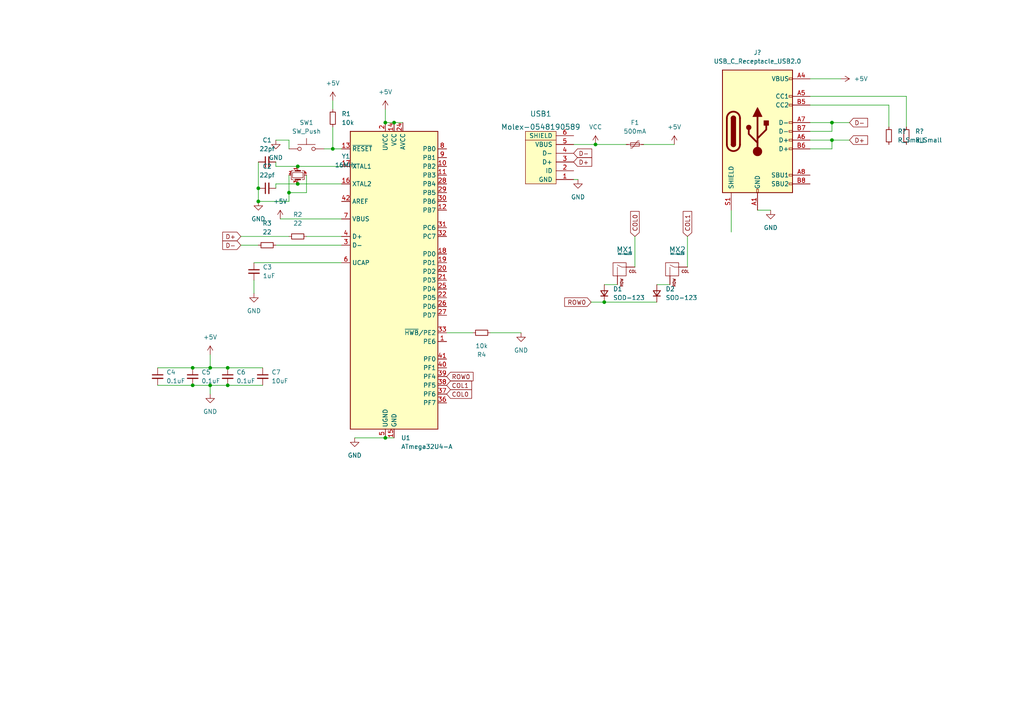
<source format=kicad_sch>
(kicad_sch (version 20211123) (generator eeschema)
  (paper "A4")
  (lib_symbols
    (symbol "Connector:USB_C_Receptacle_USB2.0" (pin_names (offset 1.016))
      (property "Reference" "J" (at -10.16 19.05 0))
      (property "Value" "USB_C_Receptacle_USB2.0" (at 19.05 19.05 0))
      (symbol "USB_C_Receptacle_USB2.0_0_0"
        (rectangle (start -0.254 -17.78) (end 0.254 -16.764))
        (rectangle (start 10.16 -14.986) (end 9.144 -15.494))
        (rectangle (start 10.16 -12.446) (end 9.144 -12.954))
        (rectangle (start 10.16 -4.826) (end 9.144 -5.334))
        (rectangle (start 10.16 -2.286) (end 9.144 -2.794))
        (rectangle (start 10.16 0.254) (end 9.144 -0.254))
        (rectangle (start 10.16 2.794) (end 9.144 2.286))
        (rectangle (start 10.16 7.874) (end 9.144 7.366))
        (rectangle (start 10.16 10.414) (end 9.144 9.906))
        (rectangle (start 10.16 15.494) (end 9.144 14.986))
      )
      (symbol "USB_C_Receptacle_USB2.0_0_1"
        (rectangle (start -10.16 17.78) (end 10.16 -17.78) (stroke (width 0.254)) (fill (type background)))
        (arc (start -8.89 -3.81) (mid -6.985 -5.715) (end -5.08 -3.81) (stroke (width 0.508)))
        (arc (start -7.62 -3.81) (mid -6.985 -4.445) (end -6.35 -3.81) (stroke (width 0.254)))
        (arc (start -7.62 -3.81) (mid -6.985 -4.445) (end -6.35 -3.81) (stroke (width 0.254)) (fill (type outline)))
        (rectangle (start -7.62 -3.81) (end -6.35 3.81) (stroke (width 0.254)) (fill (type outline)))
        (arc (start -6.35 3.81) (mid -6.985 4.445) (end -7.62 3.81) (stroke (width 0.254)))
        (arc (start -6.35 3.81) (mid -6.985 4.445) (end -7.62 3.81) (stroke (width 0.254)) (fill (type outline)))
        (arc (start -5.08 3.81) (mid -6.985 5.715) (end -8.89 3.81) (stroke (width 0.508)))
        (circle (center -2.54 1.143) (radius 0.635) (stroke (width 0.254)) (fill (type outline)))
        (circle (center 0 -5.842) (radius 1.27) (fill (type outline)))
        (polyline (pts (xy -8.89 -3.81) (xy -8.89 3.81)) (stroke (width 0.508)))
        (polyline (pts (xy -5.08 3.81) (xy -5.08 -3.81)) (stroke (width 0.508)))
        (polyline (pts (xy 0 -5.842) (xy 0 4.318)) (stroke (width 0.508)))
        (polyline (pts (xy 0 -3.302) (xy -2.54 -0.762) (xy -2.54 0.508)) (stroke (width 0.508)))
        (polyline (pts (xy 0 -2.032) (xy 2.54 0.508) (xy 2.54 1.778)) (stroke (width 0.508)))
        (polyline (pts (xy -1.27 4.318) (xy 0 6.858) (xy 1.27 4.318) (xy -1.27 4.318)) (stroke (width 0.254)) (fill (type outline)))
        (rectangle (start 1.905 1.778) (end 3.175 3.048) (stroke (width 0.254)) (fill (type outline)))
      )
      (symbol "USB_C_Receptacle_USB2.0_1_1"
        (pin passive line (at 0 -22.86 90) (length 5.08) (name "GND") (number "A1"))
        (pin passive line (at 0 -22.86 90) (length 5.08) hide (name "GND") (number "A12"))
        (pin passive line (at 15.24 15.24 180) (length 5.08) (name "VBUS") (number "A4"))
        (pin bidirectional line (at 15.24 10.16 180) (length 5.08) (name "CC1") (number "A5"))
        (pin bidirectional line (at 15.24 -2.54 180) (length 5.08) (name "D+") (number "A6"))
        (pin bidirectional line (at 15.24 2.54 180) (length 5.08) (name "D-") (number "A7"))
        (pin bidirectional line (at 15.24 -12.7 180) (length 5.08) (name "SBU1") (number "A8"))
        (pin passive line (at 15.24 15.24 180) (length 5.08) hide (name "VBUS") (number "A9"))
        (pin passive line (at 0 -22.86 90) (length 5.08) hide (name "GND") (number "B1"))
        (pin passive line (at 0 -22.86 90) (length 5.08) hide (name "GND") (number "B12"))
        (pin passive line (at 15.24 15.24 180) (length 5.08) hide (name "VBUS") (number "B4"))
        (pin bidirectional line (at 15.24 7.62 180) (length 5.08) (name "CC2") (number "B5"))
        (pin bidirectional line (at 15.24 -5.08 180) (length 5.08) (name "D+") (number "B6"))
        (pin bidirectional line (at 15.24 0 180) (length 5.08) (name "D-") (number "B7"))
        (pin bidirectional line (at 15.24 -15.24 180) (length 5.08) (name "SBU2") (number "B8"))
        (pin passive line (at 15.24 15.24 180) (length 5.08) hide (name "VBUS") (number "B9"))
        (pin passive line (at -7.62 -22.86 90) (length 5.08) (name "SHIELD") (number "S1"))
      )
    )
    (symbol "Device:C_Small" (pin_numbers hide) (pin_names (offset 0.254) hide)
      (property "Reference" "C" (at 0.254 1.778 0))
      (property "Value" "C_Small" (at 0.254 -2.032 0))
      (symbol "C_Small_0_1"
        (polyline (pts (xy -1.524 -0.508) (xy 1.524 -0.508)) (stroke (width 0.3302)))
        (polyline (pts (xy -1.524 0.508) (xy 1.524 0.508)) (stroke (width 0.3048)))
      )
      (symbol "C_Small_1_1"
        (pin passive line (at 0 2.54 270) (length 2.032) (name "~") (number "1"))
        (pin passive line (at 0 -2.54 90) (length 2.032) (name "~") (number "2"))
      )
    )
    (symbol "Device:Crystal_GND24_Small" (pin_names (offset 1.016) hide)
      (property "Reference" "Y" (at 1.27 4.445 0))
      (property "Value" "Crystal_GND24_Small" (at 1.27 2.54 0))
      (symbol "Crystal_GND24_Small_0_1"
        (rectangle (start -0.762 -1.524) (end 0.762 1.524))
        (polyline (pts (xy -1.27 -0.762) (xy -1.27 0.762)) (stroke (width 0.381)))
        (polyline (pts (xy 1.27 -0.762) (xy 1.27 0.762)) (stroke (width 0.381)))
        (polyline (pts (xy -1.27 -1.27) (xy -1.27 -1.905) (xy 1.27 -1.905) (xy 1.27 -1.27)))
        (polyline (pts (xy -1.27 1.27) (xy -1.27 1.905) (xy 1.27 1.905) (xy 1.27 1.27)))
      )
      (symbol "Crystal_GND24_Small_1_1"
        (pin passive line (at -2.54 0 0) (length 1.27) (name "1") (number "1"))
        (pin passive line (at 0 -2.54 90) (length 0.635) (name "2") (number "2"))
        (pin passive line (at 2.54 0 180) (length 1.27) (name "3") (number "3"))
        (pin passive line (at 0 2.54 270) (length 0.635) (name "4") (number "4"))
      )
    )
    (symbol "Device:D_Small" (pin_numbers hide) (pin_names (offset 0.254) hide)
      (property "Reference" "D" (at -1.27 2.032 0))
      (property "Value" "D_Small" (at -3.81 -2.032 0))
      (symbol "D_Small_0_1"
        (polyline (pts (xy -0.762 -1.016) (xy -0.762 1.016)) (stroke (width 0.254)))
        (polyline (pts (xy -0.762 0) (xy 0.762 0)))
        (polyline (pts (xy 0.762 -1.016) (xy -0.762 0) (xy 0.762 1.016) (xy 0.762 -1.016)) (stroke (width 0.254)))
      )
      (symbol "D_Small_1_1"
        (pin passive line (at -2.54 0 0) (length 1.778) (name "K") (number "1"))
        (pin passive line (at 2.54 0 180) (length 1.778) (name "A") (number "2"))
      )
    )
    (symbol "Device:Polyfuse_Small" (pin_numbers hide) (pin_names (offset 0))
      (property "Reference" "F" (at -1.905 0 90))
      (property "Value" "Polyfuse_Small" (at 1.905 0 90))
      (symbol "Polyfuse_Small_0_1"
        (rectangle (start -0.508 1.27) (end 0.508 -1.27))
        (polyline (pts (xy 0 2.54) (xy 0 -2.54)))
        (polyline (pts (xy -1.016 1.27) (xy -1.016 0.762) (xy 1.016 -0.762) (xy 1.016 -1.27)))
      )
      (symbol "Polyfuse_Small_1_1"
        (pin passive line (at 0 2.54 270) (length 0.635) (name "~") (number "1"))
        (pin passive line (at 0 -2.54 90) (length 0.635) (name "~") (number "2"))
      )
    )
    (symbol "Device:R_Small" (pin_numbers hide) (pin_names (offset 0.254) hide)
      (property "Reference" "R" (at 0.762 0.508 0))
      (property "Value" "R_Small" (at 0.762 -1.016 0))
      (symbol "R_Small_0_1"
        (rectangle (start -0.762 1.778) (end 0.762 -1.778) (stroke (width 0.2032)))
      )
      (symbol "R_Small_1_1"
        (pin passive line (at 0 2.54 270) (length 0.762) (name "~") (number "1"))
        (pin passive line (at 0 -2.54 90) (length 0.762) (name "~") (number "2"))
      )
    )
    (symbol "MCU_Microchip_ATmega:ATmega32U4-A"
      (property "Reference" "U" (at -12.7 44.45 0))
      (property "Value" "ATmega32U4-A" (at 2.54 -44.45 0))
      (symbol "ATmega32U4-A_0_1"
        (rectangle (start -12.7 -43.18) (end 12.7 43.18) (stroke (width 0.254)) (fill (type background)))
      )
      (symbol "ATmega32U4-A_1_1"
        (pin bidirectional line (at 15.24 -17.78 180) (length 2.54) (name "PE6") (number "1"))
        (pin bidirectional line (at 15.24 33.02 180) (length 2.54) (name "PB2") (number "10"))
        (pin bidirectional line (at 15.24 30.48 180) (length 2.54) (name "PB3") (number "11"))
        (pin bidirectional line (at 15.24 20.32 180) (length 2.54) (name "PB7") (number "12"))
        (pin input line (at -15.24 38.1 0) (length 2.54) (name "~{RESET}") (number "13"))
        (pin power_in line (at 0 45.72 270) (length 2.54) (name "VCC") (number "14"))
        (pin power_in line (at 0 -45.72 90) (length 2.54) (name "GND") (number "15"))
        (pin output line (at -15.24 27.94 0) (length 2.54) (name "XTAL2") (number "16"))
        (pin input line (at -15.24 33.02 0) (length 2.54) (name "XTAL1") (number "17"))
        (pin bidirectional line (at 15.24 7.62 180) (length 2.54) (name "PD0") (number "18"))
        (pin bidirectional line (at 15.24 5.08 180) (length 2.54) (name "PD1") (number "19"))
        (pin power_in line (at -2.54 45.72 270) (length 2.54) (name "UVCC") (number "2"))
        (pin bidirectional line (at 15.24 2.54 180) (length 2.54) (name "PD2") (number "20"))
        (pin bidirectional line (at 15.24 0 180) (length 2.54) (name "PD3") (number "21"))
        (pin bidirectional line (at 15.24 -5.08 180) (length 2.54) (name "PD5") (number "22"))
        (pin passive line (at 0 -45.72 90) (length 2.54) hide (name "GND") (number "23"))
        (pin power_in line (at 2.54 45.72 270) (length 2.54) (name "AVCC") (number "24"))
        (pin bidirectional line (at 15.24 -2.54 180) (length 2.54) (name "PD4") (number "25"))
        (pin bidirectional line (at 15.24 -7.62 180) (length 2.54) (name "PD6") (number "26"))
        (pin bidirectional line (at 15.24 -10.16 180) (length 2.54) (name "PD7") (number "27"))
        (pin bidirectional line (at 15.24 27.94 180) (length 2.54) (name "PB4") (number "28"))
        (pin bidirectional line (at 15.24 25.4 180) (length 2.54) (name "PB5") (number "29"))
        (pin bidirectional line (at -15.24 10.16 0) (length 2.54) (name "D-") (number "3"))
        (pin bidirectional line (at 15.24 22.86 180) (length 2.54) (name "PB6") (number "30"))
        (pin bidirectional line (at 15.24 15.24 180) (length 2.54) (name "PC6") (number "31"))
        (pin bidirectional line (at 15.24 12.7 180) (length 2.54) (name "PC7") (number "32"))
        (pin bidirectional line (at 15.24 -15.24 180) (length 2.54) (name "~{HWB}/PE2") (number "33"))
        (pin passive line (at 0 45.72 270) (length 2.54) hide (name "VCC") (number "34"))
        (pin passive line (at 0 -45.72 90) (length 2.54) hide (name "GND") (number "35"))
        (pin bidirectional line (at 15.24 -35.56 180) (length 2.54) (name "PF7") (number "36"))
        (pin bidirectional line (at 15.24 -33.02 180) (length 2.54) (name "PF6") (number "37"))
        (pin bidirectional line (at 15.24 -30.48 180) (length 2.54) (name "PF5") (number "38"))
        (pin bidirectional line (at 15.24 -27.94 180) (length 2.54) (name "PF4") (number "39"))
        (pin bidirectional line (at -15.24 12.7 0) (length 2.54) (name "D+") (number "4"))
        (pin bidirectional line (at 15.24 -25.4 180) (length 2.54) (name "PF1") (number "40"))
        (pin bidirectional line (at 15.24 -22.86 180) (length 2.54) (name "PF0") (number "41"))
        (pin passive line (at -15.24 22.86 0) (length 2.54) (name "AREF") (number "42"))
        (pin passive line (at 0 -45.72 90) (length 2.54) hide (name "GND") (number "43"))
        (pin passive line (at 2.54 45.72 270) (length 2.54) hide (name "AVCC") (number "44"))
        (pin passive line (at -2.54 -45.72 90) (length 2.54) (name "UGND") (number "5"))
        (pin passive line (at -15.24 5.08 0) (length 2.54) (name "UCAP") (number "6"))
        (pin input line (at -15.24 17.78 0) (length 2.54) (name "VBUS") (number "7"))
        (pin bidirectional line (at 15.24 38.1 180) (length 2.54) (name "PB0") (number "8"))
        (pin bidirectional line (at 15.24 35.56 180) (length 2.54) (name "PB1") (number "9"))
      )
    )
    (symbol "MX_Alps_Hybrid:MX-NoLED" (pin_names (offset 1.016))
      (property "Reference" "MX" (at -0.635 3.81 0))
      (property "Value" "MX-NoLED" (at -0.635 1.27 0))
      (symbol "MX-NoLED_0_0"
        (rectangle (start -2.54 2.54) (end 1.27 -1.27))
        (polyline (pts (xy -1.27 -1.27) (xy -1.27 1.27)) (stroke (width 0.127)))
        (polyline (pts (xy 1.27 1.27) (xy 0 1.27) (xy -1.27 1.905)) (stroke (width 0.127)))
        (text "COL" (at 3.175 0 0) (effects (font (size 0.762 0.762))))
        (text "ROW" (at 0 -1.905 900) (effects (font (size 0.762 0.762)) (justify right)))
      )
      (symbol "MX-NoLED_1_1"
        (pin passive line (at 3.81 1.27 180) (length 2.54) (name "COL") (number "1"))
        (pin passive line (at -1.27 -3.81 90) (length 2.54) (name "ROW") (number "2"))
      )
    )
    (symbol "Switch:SW_Push" (pin_numbers hide) (pin_names (offset 1.016) hide)
      (property "Reference" "SW" (at 1.27 2.54 0))
      (property "Value" "SW_Push" (at 0 -1.524 0))
      (symbol "SW_Push_0_1"
        (circle (center -2.032 0) (radius 0.508))
        (polyline (pts (xy 0 1.27) (xy 0 3.048)))
        (polyline (pts (xy 2.54 1.27) (xy -2.54 1.27)))
        (circle (center 2.032 0) (radius 0.508))
        (pin passive line (at -5.08 0 0) (length 2.54) (name "1") (number "1"))
        (pin passive line (at 5.08 0 180) (length 2.54) (name "2") (number "2"))
      )
    )
    (symbol "power:+5V" (power) (pin_names (offset 0))
      (property "Value" "+5V" (at 0 3.556 0))
      (symbol "+5V_0_1"
        (polyline (pts (xy -0.762 1.27) (xy 0 2.54)))
        (polyline (pts (xy 0 0) (xy 0 2.54)))
        (polyline (pts (xy 0 2.54) (xy 0.762 1.27)))
      )
      (symbol "+5V_1_1"
        (pin power_in line (at 0 0 90) (length 0) hide (name "+5V") (number "1"))
      )
    )
    (symbol "power:GND" (power) (pin_names (offset 0))
      (property "Value" "GND" (at 0 -3.81 0))
      (symbol "GND_0_1"
        (polyline (pts (xy 0 0) (xy 0 -1.27) (xy 1.27 -1.27) (xy 0 -2.54) (xy -1.27 -1.27) (xy 0 -1.27)))
      )
      (symbol "GND_1_1"
        (pin power_in line (at 0 0 270) (length 0) hide (name "GND") (number "1"))
      )
    )
    (symbol "power:VCC" (power) (pin_names (offset 0))
      (property "Value" "VCC" (at 0 3.81 0))
      (symbol "VCC_0_1"
        (polyline (pts (xy -0.762 1.27) (xy 0 2.54)))
        (polyline (pts (xy 0 0) (xy 0 2.54)))
        (polyline (pts (xy 0 2.54) (xy 0.762 1.27)))
      )
      (symbol "VCC_1_1"
        (pin power_in line (at 0 0 90) (length 0) hide (name "VCC") (number "1"))
      )
    )
    (symbol "random-keyboard-parts:Molex-0548190589" (pin_names (offset 1.016))
      (property "Reference" "USB" (at 0 7.62 0))
      (property "Value" "Molex-0548190589" (at 0 10.16 0))
      (symbol "Molex-0548190589_0_0"
        (polyline (pts (xy 6.35 -2.54) (xy 6.35 6.35)))
        (rectangle (start 8.89 -2.54) (end -6.35 6.35) (fill (type background)))
      )
      (symbol "Molex-0548190589_1_1"
        (pin input line (at -5.08 -7.62 90) (length 5.08) (name "GND") (number "1"))
        (pin input line (at -2.54 -7.62 90) (length 5.08) (name "ID") (number "2"))
        (pin input line (at 0 -7.62 90) (length 5.08) (name "D+") (number "3"))
        (pin input line (at 2.54 -7.62 90) (length 5.08) (name "D-") (number "4"))
        (pin input line (at 5.08 -7.62 90) (length 5.08) (name "VBUS") (number "5"))
        (pin input line (at 7.62 -7.62 90) (length 5.08) (name "SHIELD") (number "6"))
      )
    )
  )
  (junction (at 241.3 35.56))
  (junction (at 114.3 35.56))
  (junction (at 83.82 55.88))
  (junction (at 86.36 53.34))
  (junction (at 55.88 111.76))
  (junction (at 172.72 41.91))
  (junction (at 111.76 35.56))
  (junction (at 74.93 54.61))
  (junction (at 241.3 40.64))
  (junction (at 60.96 111.76))
  (junction (at 66.04 106.68))
  (junction (at 66.04 111.76))
  (junction (at 60.96 106.68))
  (junction (at 74.93 58.42))
  (junction (at 86.36 48.26))
  (junction (at 96.52 43.18))
  (junction (at 55.88 106.68))
  (junction (at 175.26 87.63))
  (junction (at 111.76 127))
  (wire (pts (xy 69.85 68.58) (xy 83.82 68.58)))
  (wire (pts (xy 66.04 111.76) (xy 76.2 111.76)))
  (wire (pts (xy 234.95 43.18) (xy 241.3 43.18)))
  (wire (pts (xy 96.52 43.18) (xy 99.06 43.18)))
  (wire (pts (xy 212.09 60.96) (xy 212.09 67.31)))
  (wire (pts (xy 172.72 41.91) (xy 181.61 41.91)))
  (wire (pts (xy 86.36 53.34) (xy 80.01 53.34)))
  (wire (pts (xy 45.72 106.68) (xy 55.88 106.68)))
  (wire (pts (xy 171.45 87.63) (xy 175.26 87.63)))
  (wire (pts (xy 74.93 58.42) (xy 83.82 58.42)))
  (wire (pts (xy 234.95 30.48) (xy 257.81 30.48)))
  (wire (pts (xy 234.95 22.86) (xy 243.84 22.86)))
  (wire (pts (xy 86.36 48.26) (xy 80.01 48.26)))
  (wire (pts (xy 80.01 46.99) (xy 80.01 48.26)))
  (wire (pts (xy 102.87 127) (xy 111.76 127)))
  (wire (pts (xy 166.37 52.07) (xy 167.64 52.07)))
  (wire (pts (xy 175.26 87.63) (xy 190.5 87.63)))
  (wire (pts (xy 111.76 35.56) (xy 114.3 35.56)))
  (wire (pts (xy 86.36 48.26) (xy 99.06 48.26)))
  (wire (pts (xy 175.26 82.55) (xy 179.07 82.55)))
  (wire (pts (xy 129.54 96.52) (xy 137.16 96.52)))
  (wire (pts (xy 234.95 35.56) (xy 241.3 35.56)))
  (wire (pts (xy 257.81 30.48) (xy 257.81 36.83)))
  (wire (pts (xy 69.85 71.12) (xy 74.93 71.12)))
  (wire (pts (xy 190.5 82.55) (xy 194.31 82.55)))
  (wire (pts (xy 83.82 55.88) (xy 83.82 58.42)))
  (wire (pts (xy 80.01 53.34) (xy 80.01 54.61)))
  (wire (pts (xy 241.3 40.64) (xy 246.38 40.64)))
  (wire (pts (xy 73.66 76.2) (xy 99.06 76.2)))
  (wire (pts (xy 234.95 38.1) (xy 241.3 38.1)))
  (wire (pts (xy 93.98 43.18) (xy 96.52 43.18)))
  (wire (pts (xy 184.15 68.58) (xy 184.15 77.47)))
  (wire (pts (xy 262.89 27.94) (xy 262.89 36.83)))
  (wire (pts (xy 83.82 50.8) (xy 83.82 55.88)))
  (wire (pts (xy 114.3 35.56) (xy 116.84 35.56)))
  (wire (pts (xy 186.69 41.91) (xy 195.58 41.91)))
  (wire (pts (xy 60.96 111.76) (xy 66.04 111.76)))
  (wire (pts (xy 81.28 63.5) (xy 99.06 63.5)))
  (wire (pts (xy 241.3 35.56) (xy 246.38 35.56)))
  (wire (pts (xy 86.36 53.34) (xy 99.06 53.34)))
  (wire (pts (xy 73.66 81.28) (xy 73.66 85.09)))
  (wire (pts (xy 166.37 41.91) (xy 172.72 41.91)))
  (wire (pts (xy 241.3 35.56) (xy 241.3 38.1)))
  (wire (pts (xy 66.04 106.68) (xy 76.2 106.68)))
  (wire (pts (xy 111.76 31.75) (xy 111.76 35.56)))
  (wire (pts (xy 96.52 29.21) (xy 96.52 31.75)))
  (wire (pts (xy 219.71 60.96) (xy 223.52 60.96)))
  (wire (pts (xy 234.95 27.94) (xy 262.89 27.94)))
  (wire (pts (xy 45.72 111.76) (xy 55.88 111.76)))
  (wire (pts (xy 60.96 111.76) (xy 60.96 114.3)))
  (wire (pts (xy 80.01 71.12) (xy 99.06 71.12)))
  (wire (pts (xy 96.52 36.83) (xy 96.52 43.18)))
  (wire (pts (xy 55.88 106.68) (xy 60.96 106.68)))
  (wire (pts (xy 74.93 46.99) (xy 74.93 54.61)))
  (wire (pts (xy 142.24 96.52) (xy 151.13 96.52)))
  (wire (pts (xy 241.3 40.64) (xy 241.3 43.18)))
  (wire (pts (xy 55.88 111.76) (xy 60.96 111.76)))
  (wire (pts (xy 60.96 102.87) (xy 60.96 106.68)))
  (wire (pts (xy 83.82 43.18) (xy 83.82 40.64)))
  (wire (pts (xy 88.9 55.88) (xy 83.82 55.88)))
  (wire (pts (xy 74.93 54.61) (xy 74.93 58.42)))
  (wire (pts (xy 234.95 40.64) (xy 241.3 40.64)))
  (wire (pts (xy 60.96 106.68) (xy 66.04 106.68)))
  (wire (pts (xy 88.9 68.58) (xy 99.06 68.58)))
  (wire (pts (xy 80.01 40.64) (xy 83.82 40.64)))
  (wire (pts (xy 199.39 68.58) (xy 199.39 77.47)))
  (wire (pts (xy 88.9 50.8) (xy 88.9 55.88)))
  (wire (pts (xy 111.76 127) (xy 114.3 127)))
  (global_label "D+" (shape input) (at 166.37 46.99 0) (property "Intersheet References" "${INTERSHEET_REFS}" (effects hide)))
  (global_label "D-" (shape input) (at 246.38 35.56 0) (property "Intersheet References" "${INTERSHEET_REFS}" (effects hide)))
  (global_label "COL0" (shape input) (at 129.54 114.3 0) (property "Intersheet References" "${INTERSHEET_REFS}" (effects hide)))
  (global_label "D-" (shape input) (at 69.85 71.12 180) (property "Intersheet References" "${INTERSHEET_REFS}" (effects hide)))
  (global_label "D+" (shape input) (at 246.38 40.64 0) (property "Intersheet References" "${INTERSHEET_REFS}" (effects hide)))
  (global_label "D+" (shape input) (at 69.85 68.58 180) (property "Intersheet References" "${INTERSHEET_REFS}" (effects hide)))
  (global_label "ROW0" (shape input) (at 171.45 87.63 180) (property "Intersheet References" "${INTERSHEET_REFS}" (effects hide)))
  (global_label "COL0" (shape input) (at 184.15 68.58 90) (property "Intersheet References" "${INTERSHEET_REFS}" (effects hide)))
  (global_label "COL1" (shape input) (at 129.54 111.76 0) (property "Intersheet References" "${INTERSHEET_REFS}" (effects hide)))
  (global_label "COL1" (shape input) (at 199.39 68.58 90) (property "Intersheet References" "${INTERSHEET_REFS}" (effects hide)))
  (global_label "D-" (shape input) (at 166.37 44.45 0) (property "Intersheet References" "${INTERSHEET_REFS}" (effects hide)))
  (global_label "ROW0" (shape input) (at 129.54 109.22 0) (property "Intersheet References" "${INTERSHEET_REFS}" (effects hide)))
  (symbol (lib_id "power:GND") (at 60.96 114.3 0) (unit 1)
    (property "Reference" "#PWR0106" (effects hide))
    (property "Value" "GND" (at 60.96 119.38 0))
  )
  (symbol (lib_id "Device:D_Small") (at 190.5 85.09 90) (unit 1)
    (property "Reference" "D2" (at 193.04 83.8199 90) (effects (justify right)))
    (property "Value" "SOD-123" (at 193.04 86.3599 90) (effects (justify right)))
    (property "Footprint" "Diode_SMD:D_SOD-123" (effects hide))
  )
  (symbol (lib_id "Device:R_Small") (at 77.47 71.12 90) (unit 1)
    (property "Reference" "R3" (at 77.47 64.77 90))
    (property "Value" "22" (at 77.47 67.31 90))
    (property "Footprint" "Resistor_SMD:R_0805_2012Metric" (effects hide))
  )
  (symbol (lib_id "random-keyboard-parts:Molex-0548190589") (at 158.75 46.99 90) (unit 1)
    (property "Reference" "USB1" (at 156.845 33.02 90) (effects (font (size 1.524 1.524))))
    (property "Value" "Molex-0548190589" (at 156.845 36.83 90) (effects (font (size 1.524 1.524))))
    (property "Footprint" "random-keyboard-parts:Molex-0548190589" (effects hide))
  )
  (symbol (lib_id "power:+5V") (at 96.52 29.21 0) (unit 1)
    (property "Reference" "#PWR0110" (effects hide))
    (property "Value" "+5V" (at 96.52 24.13 0))
  )
  (symbol (lib_id "power:VCC") (at 172.72 41.91 0) (unit 1)
    (property "Reference" "#PWR0113" (effects hide))
    (property "Value" "VCC" (at 172.72 36.83 0))
  )
  (symbol (lib_id "Switch:SW_Push") (at 88.9 43.18 0) (unit 1)
    (property "Reference" "SW1" (at 88.9 35.56 0))
    (property "Value" "SW_Push" (at 88.9 38.1 0))
    (property "Footprint" "random-keyboard-parts:SKQG-1155865" (effects hide))
  )
  (symbol (lib_id "power:GND") (at 80.01 40.64 0) (unit 1)
    (property "Reference" "#PWR0109" (effects hide))
    (property "Value" "GND" (at 80.01 45.72 0))
  )
  (symbol (lib_id "Device:C_Small") (at 76.2 109.22 0) (unit 1)
    (property "Reference" "C7" (at 78.74 107.9562 0) (effects (justify left)))
    (property "Value" "10uF" (at 78.74 110.4962 0) (effects (justify left)))
    (property "Footprint" "Capacitor_SMD:C_0805_2012Metric" (effects hide))
  )
  (symbol (lib_id "Device:R_Small") (at 139.7 96.52 270) (unit 1)
    (property "Reference" "R4" (at 139.7 102.87 90))
    (property "Value" "10k" (at 139.7 100.33 90))
    (property "Footprint" "Resistor_SMD:R_0805_2012Metric" (effects hide))
  )
  (symbol (lib_id "Device:R_Small") (at 96.52 34.29 0) (unit 1)
    (property "Reference" "R1" (at 99.06 33.0199 0) (effects (justify left)))
    (property "Value" "10k" (at 99.06 35.5599 0) (effects (justify left)))
    (property "Footprint" "Resistor_SMD:R_0805_2012Metric" (effects hide))
  )
  (symbol (lib_id "power:+5V") (at 243.84 22.86 270) (unit 1)
    (property "Reference" "#PWR?" (effects hide))
    (property "Value" "+5V" (at 247.65 22.8599 90) (effects (justify left)))
  )
  (symbol (lib_id "power:+5V") (at 195.58 41.91 0) (unit 1)
    (property "Reference" "#PWR0112" (effects hide))
    (property "Value" "+5V" (at 195.58 36.83 0))
  )
  (symbol (lib_id "power:+5V") (at 81.28 63.5 0) (unit 1)
    (property "Reference" "#PWR0107" (effects hide))
    (property "Value" "+5V" (at 81.28 58.42 0))
  )
  (symbol (lib_id "power:GND") (at 74.93 58.42 0) (unit 1)
    (property "Reference" "#PWR0108" (effects hide))
    (property "Value" "GND" (at 74.93 63.5 0))
  )
  (symbol (lib_id "power:+5V") (at 60.96 102.87 0) (unit 1)
    (property "Reference" "#PWR0105" (effects hide))
    (property "Value" "+5V" (at 60.96 97.79 0))
  )
  (symbol (lib_id "MX_Alps_Hybrid:MX-NoLED") (at 180.34 78.74 0) (unit 1)
    (property "Reference" "MX1" (at 181.2256 72.39 0) (effects (font (size 1.524 1.524))))
    (property "Value" "MX-NoLED" (at 181.2256 73.66 0) (effects (font (size 0.508 0.508))))
    (property "Footprint" "MX_Alps_Hybrid:MX-1U-NoLED" (effects hide))
  )
  (symbol (lib_id "power:GND") (at 167.64 52.07 0) (unit 1)
    (property "Reference" "#PWR0111" (effects hide))
    (property "Value" "GND" (at 167.64 57.15 0))
  )
  (symbol (lib_id "power:+5V") (at 111.76 31.75 0) (unit 1)
    (property "Reference" "#PWR0101" (effects hide))
    (property "Value" "+5V" (at 111.76 26.67 0))
  )
  (symbol (lib_id "MCU_Microchip_ATmega:ATmega32U4-A") (at 114.3 81.28 0) (unit 1)
    (property "Reference" "U1" (at 116.3194 127 0) (effects (justify left)))
    (property "Value" "ATmega32U4-A" (at 116.3194 129.54 0) (effects (justify left)))
    (property "Footprint" "Package_QFP:TQFP-44_10x10mm_P0.8mm" (effects hide))
    (property "Datasheet" "http://ww1.microchip.com/downloads/en/DeviceDoc/Atmel-7766-8-bit-AVR-ATmega16U4-32U4_Datasheet.pdf" (effects hide))
  )
  (symbol (lib_id "MX_Alps_Hybrid:MX-NoLED") (at 195.58 78.74 0) (unit 1)
    (property "Reference" "MX2" (at 196.4656 72.39 0) (effects (font (size 1.524 1.524))))
    (property "Value" "MX-NoLED" (at 196.4656 73.66 0) (effects (font (size 0.508 0.508))))
    (property "Footprint" "MX_Alps_Hybrid:MX-1U-NoLED" (effects hide))
  )
  (symbol (lib_id "Device:Polyfuse_Small") (at 184.15 41.91 90) (unit 1)
    (property "Reference" "F1" (at 184.15 35.56 90))
    (property "Value" "500mA" (at 184.15 38.1 90))
    (property "Footprint" "Fuse:Fuse_1206_3216Metric" (effects hide))
  )
  (symbol (lib_id "Device:R_Small") (at 257.81 39.37 0) (unit 1)
    (property "Reference" "R?" (at 260.35 38.0999 0) (effects (justify left)))
    (property "Value" "R_Small" (at 260.35 40.6399 0) (effects (justify left)))
  )
  (symbol (lib_id "power:GND") (at 73.66 85.09 0) (unit 1)
    (property "Reference" "#PWR0104" (effects hide))
    (property "Value" "GND" (at 73.66 90.17 0))
  )
  (symbol (lib_id "Device:C_Small") (at 77.47 46.99 90) (unit 1)
    (property "Reference" "C1" (at 77.4763 40.64 90))
    (property "Value" "22pf" (at 77.4763 43.18 90))
    (property "Footprint" "Capacitor_SMD:C_0805_2012Metric" (effects hide))
  )
  (symbol (lib_id "Device:D_Small") (at 175.26 85.09 90) (unit 1)
    (property "Reference" "D1" (at 177.8 83.8199 90) (effects (justify right)))
    (property "Value" "SOD-123" (at 177.8 86.3599 90) (effects (justify right)))
    (property "Footprint" "Diode_SMD:D_SOD-123" (effects hide))
  )
  (symbol (lib_id "Device:C_Small") (at 45.72 109.22 0) (unit 1)
    (property "Reference" "C4" (at 48.26 107.9562 0) (effects (justify left)))
    (property "Value" "0.1uF" (at 48.26 110.4962 0) (effects (justify left)))
    (property "Footprint" "Capacitor_SMD:C_0805_2012Metric" (effects hide))
  )
  (symbol (lib_id "Device:C_Small") (at 73.66 78.74 0) (unit 1)
    (property "Reference" "C3" (at 76.2 77.4762 0) (effects (justify left)))
    (property "Value" "1uF" (at 76.2 80.0162 0) (effects (justify left)))
    (property "Footprint" "Capacitor_SMD:C_0805_2012Metric" (effects hide))
  )
  (symbol (lib_id "Device:C_Small") (at 77.47 54.61 90) (unit 1)
    (property "Reference" "C2" (at 77.4763 48.26 90))
    (property "Value" "22pf" (at 77.4763 50.8 90))
    (property "Footprint" "Capacitor_SMD:C_0805_2012Metric" (effects hide))
  )
  (symbol (lib_id "Device:C_Small") (at 55.88 109.22 0) (unit 1)
    (property "Reference" "C5" (at 58.42 107.9562 0) (effects (justify left)))
    (property "Value" "0.1uF" (at 58.42 110.4962 0) (effects (justify left)))
    (property "Footprint" "Capacitor_SMD:C_0805_2012Metric" (effects hide))
  )
  (symbol (lib_id "Device:R_Small") (at 262.89 39.37 0) (unit 1)
    (property "Reference" "R?" (at 265.43 38.0999 0) (effects (justify left)))
    (property "Value" "R_Small" (at 265.43 40.6399 0) (effects (justify left)))
  )
  (symbol (lib_id "Device:C_Small") (at 66.04 109.22 0) (unit 1)
    (property "Reference" "C6" (at 68.58 107.9562 0) (effects (justify left)))
    (property "Value" "0.1uF" (at 68.58 110.4962 0) (effects (justify left)))
    (property "Footprint" "Capacitor_SMD:C_0805_2012Metric" (effects hide))
  )
  (symbol (lib_id "power:GND") (at 102.87 127 0) (unit 1)
    (property "Reference" "#PWR0102" (effects hide))
    (property "Value" "GND" (at 102.87 132.08 0))
  )
  (symbol (lib_id "Connector:USB_C_Receptacle_USB2.0") (at 219.71 38.1 0) (unit 1)
    (property "Reference" "J?" (at 219.71 15.24 0))
    (property "Value" "USB_C_Receptacle_USB2.0" (at 219.71 17.78 0))
    (property "Datasheet" "https://www.usb.org/sites/default/files/documents/usb_type-c.zip" (effects hide))
  )
  (symbol (lib_id "Device:Crystal_GND24_Small") (at 86.36 50.8 270) (unit 1)
    (property "Reference" "Y1" (at 100.33 45.3388 90))
    (property "Value" "16MHz" (at 100.33 47.8788 90))
    (property "Footprint" "Crystal:Crystal_SMD_3225-4Pin_3.2x2.5mm" (effects hide))
  )
  (symbol (lib_id "Device:R_Small") (at 86.36 68.58 90) (unit 1)
    (property "Reference" "R2" (at 86.36 62.23 90))
    (property "Value" "22" (at 86.36 64.77 90))
    (property "Footprint" "Resistor_SMD:R_0805_2012Metric" (effects hide))
  )
  (symbol (lib_id "power:GND") (at 151.13 96.52 0) (unit 1)
    (property "Reference" "#PWR0103" (effects hide))
    (property "Value" "GND" (at 151.13 101.6 0))
  )
  (symbol (lib_id "power:GND") (at 223.52 60.96 0) (unit 1)
    (property "Reference" "#PWR?" (effects hide))
    (property "Value" "GND" (at 223.52 66.04 0))
  )
)
</source>
